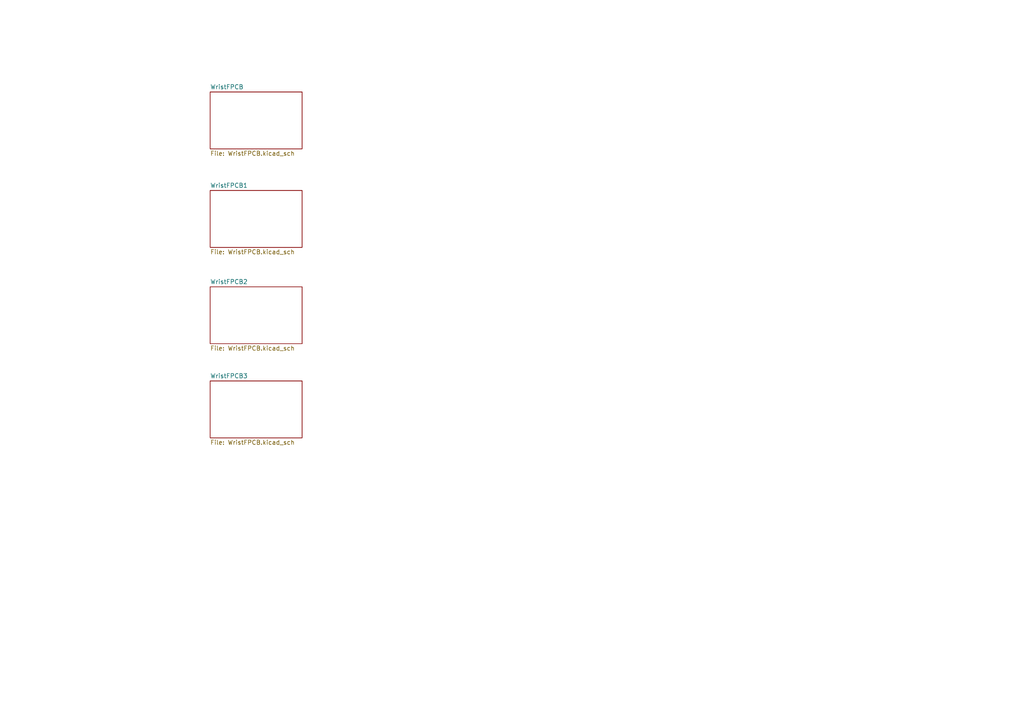
<source format=kicad_sch>
(kicad_sch
	(version 20231120)
	(generator "eeschema")
	(generator_version "8.0")
	(uuid "66cbef21-d95a-46a1-9986-055f479adc78")
	(paper "A4")
	(lib_symbols)
	(sheet
		(at 60.96 110.49)
		(size 26.67 16.51)
		(fields_autoplaced yes)
		(stroke
			(width 0.1524)
			(type solid)
		)
		(fill
			(color 0 0 0 0.0000)
		)
		(uuid "6f8be804-67cd-45e9-a9ee-e71086992fa9")
		(property "Sheetname" "WristFPCB3"
			(at 60.96 109.7784 0)
			(effects
				(font
					(size 1.27 1.27)
				)
				(justify left bottom)
			)
		)
		(property "Sheetfile" "WristFPCB.kicad_sch"
			(at 60.96 127.5846 0)
			(effects
				(font
					(size 1.27 1.27)
				)
				(justify left top)
			)
		)
		(instances
			(project "PicoRing_wirstFPCB"
				(path "/66cbef21-d95a-46a1-9986-055f479adc78"
					(page "5")
				)
			)
		)
	)
	(sheet
		(at 60.96 55.245)
		(size 26.67 16.51)
		(fields_autoplaced yes)
		(stroke
			(width 0.1524)
			(type solid)
		)
		(fill
			(color 0 0 0 0.0000)
		)
		(uuid "75d2b5a1-67e5-43db-8f33-89c9173ee07f")
		(property "Sheetname" "WristFPCB1"
			(at 60.96 54.5334 0)
			(effects
				(font
					(size 1.27 1.27)
				)
				(justify left bottom)
			)
		)
		(property "Sheetfile" "WristFPCB.kicad_sch"
			(at 60.96 72.3396 0)
			(effects
				(font
					(size 1.27 1.27)
				)
				(justify left top)
			)
		)
		(instances
			(project "PicoRing_wirstFPCB"
				(path "/66cbef21-d95a-46a1-9986-055f479adc78"
					(page "3")
				)
			)
		)
	)
	(sheet
		(at 60.96 26.67)
		(size 26.67 16.51)
		(fields_autoplaced yes)
		(stroke
			(width 0.1524)
			(type solid)
		)
		(fill
			(color 0 0 0 0.0000)
		)
		(uuid "816b9723-1368-45c8-a539-48e26fb1f109")
		(property "Sheetname" "WristFPCB"
			(at 60.96 25.9584 0)
			(effects
				(font
					(size 1.27 1.27)
				)
				(justify left bottom)
			)
		)
		(property "Sheetfile" "WristFPCB.kicad_sch"
			(at 60.96 43.7646 0)
			(effects
				(font
					(size 1.27 1.27)
				)
				(justify left top)
			)
		)
		(instances
			(project "PicoRing_wirstFPCB"
				(path "/66cbef21-d95a-46a1-9986-055f479adc78"
					(page "2")
				)
			)
		)
	)
	(sheet
		(at 60.96 83.185)
		(size 26.67 16.51)
		(fields_autoplaced yes)
		(stroke
			(width 0.1524)
			(type solid)
		)
		(fill
			(color 0 0 0 0.0000)
		)
		(uuid "d320f3c8-78fa-499a-a2b1-669e0adf6886")
		(property "Sheetname" "WristFPCB2"
			(at 60.96 82.4734 0)
			(effects
				(font
					(size 1.27 1.27)
				)
				(justify left bottom)
			)
		)
		(property "Sheetfile" "WristFPCB.kicad_sch"
			(at 60.96 100.2796 0)
			(effects
				(font
					(size 1.27 1.27)
				)
				(justify left top)
			)
		)
		(instances
			(project "PicoRing_wirstFPCB"
				(path "/66cbef21-d95a-46a1-9986-055f479adc78"
					(page "4")
				)
			)
		)
	)
	(sheet_instances
		(path "/"
			(page "1")
		)
	)
)

</source>
